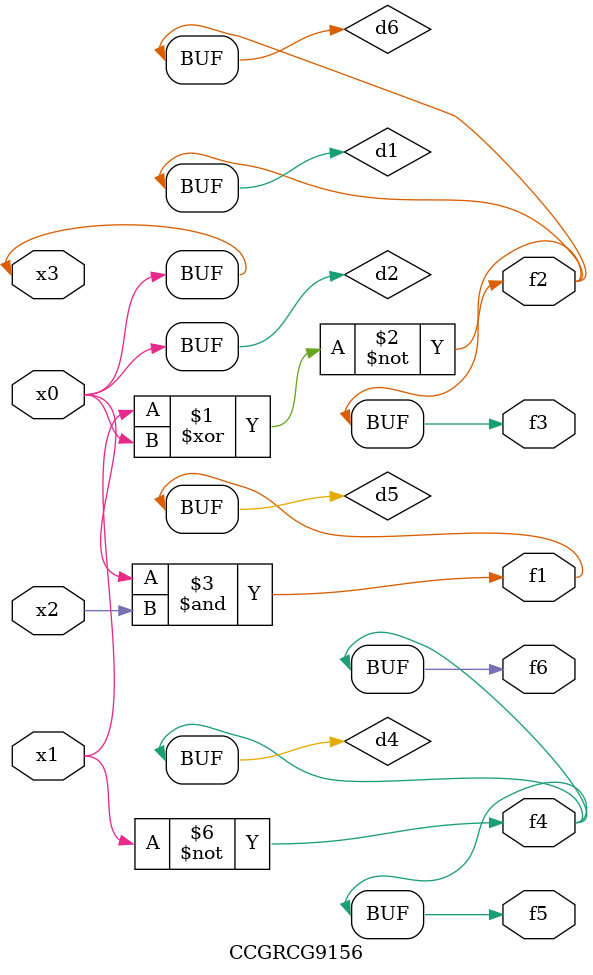
<source format=v>
module CCGRCG9156(
	input x0, x1, x2, x3,
	output f1, f2, f3, f4, f5, f6
);

	wire d1, d2, d3, d4, d5, d6;

	xnor (d1, x1, x3);
	buf (d2, x0, x3);
	nand (d3, x0, x2);
	not (d4, x1);
	nand (d5, d3);
	or (d6, d1);
	assign f1 = d5;
	assign f2 = d6;
	assign f3 = d6;
	assign f4 = d4;
	assign f5 = d4;
	assign f6 = d4;
endmodule

</source>
